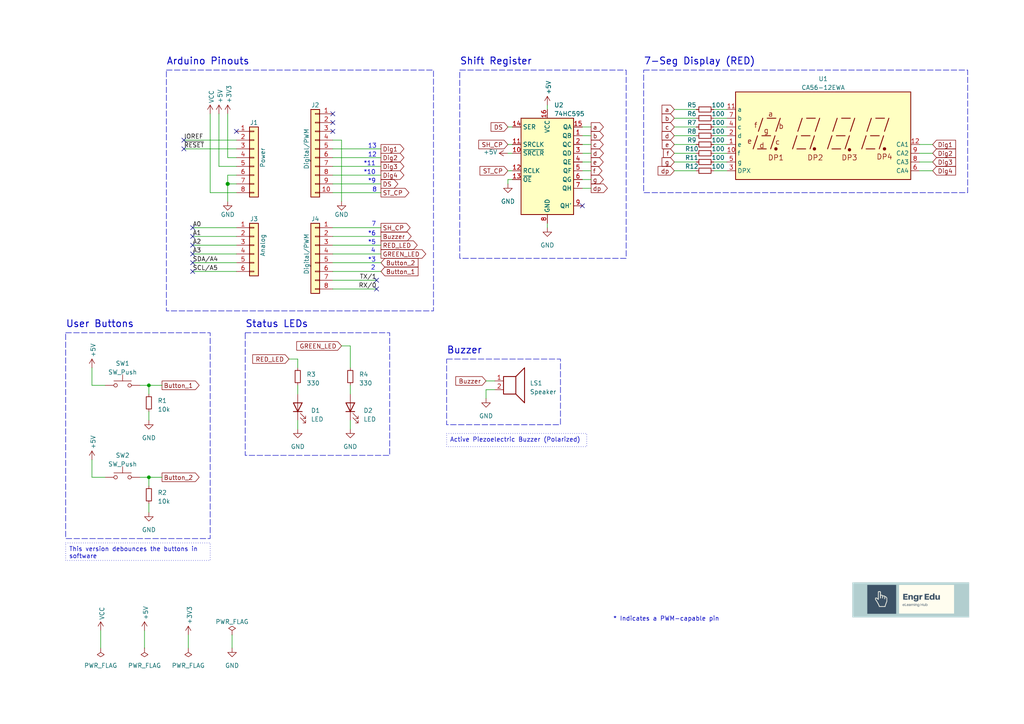
<source format=kicad_sch>
(kicad_sch (version 20230121) (generator eeschema)
  (paper "A4")
  (title_block (title "Arduino Uno Shield") (date "2023-03-22") (rev "1.0"))
  (lib_symbols
    (symbol "74xx:74HC595"
      (property "Reference" "U" (at -7.62 13.97 0))
      (property "Value" "74HC595" (at -7.62 -16.51 0))
      (symbol "74HC595_1_0"
        (pin tri_state line (at 10.16 7.62 180) (length 2.54) (name "QB") (number "1"))
        (pin input line (at -10.16 2.54 0) (length 2.54) (name "~{SRCLR}") (number "10"))
        (pin input line (at -10.16 5.08 0) (length 2.54) (name "SRCLK") (number "11"))
        (pin input line (at -10.16 -2.54 0) (length 2.54) (name "RCLK") (number "12"))
        (pin input line (at -10.16 -5.08 0) (length 2.54) (name "~{OE}") (number "13"))
        (pin input line (at -10.16 10.16 0) (length 2.54) (name "SER") (number "14"))
        (pin tri_state line (at 10.16 10.16 180) (length 2.54) (name "QA") (number "15"))
        (pin power_in line (at 0 15.24 270) (length 2.54) (name "VCC") (number "16"))
        (pin tri_state line (at 10.16 5.08 180) (length 2.54) (name "QC") (number "2"))
        (pin tri_state line (at 10.16 2.54 180) (length 2.54) (name "QD") (number "3"))
        (pin tri_state line (at 10.16 0 180) (length 2.54) (name "QE") (number "4"))
        (pin tri_state line (at 10.16 -2.54 180) (length 2.54) (name "QF") (number "5"))
        (pin tri_state line (at 10.16 -5.08 180) (length 2.54) (name "QG") (number "6"))
        (pin tri_state line (at 10.16 -7.62 180) (length 2.54) (name "QH") (number "7"))
        (pin power_in line (at 0 -17.78 90) (length 2.54) (name "GND") (number "8"))
        (pin output line (at 10.16 -12.7 180) (length 2.54) (name "QH'") (number "9"))
      )
      (symbol "74HC595_1_1"
        (rectangle (start -7.62 12.7) (end 7.62 -15.24) (stroke (width 0.254)) (fill (type background)))
      )
    )
    (symbol "Connector_Generic:Conn_01x06" (pin_names (offset 1.016) hide)
      (property "Reference" "J" (at 0 7.62 0))
      (property "Value" "Conn_01x06" (at 0 -10.16 0))
      (symbol "Conn_01x06_1_1"
        (rectangle (start -1.27 -7.493) (end 0 -7.747) (stroke (width 0.1524)))
        (rectangle (start -1.27 -4.953) (end 0 -5.207) (stroke (width 0.1524)))
        (rectangle (start -1.27 -2.413) (end 0 -2.667) (stroke (width 0.1524)))
        (rectangle (start -1.27 0.127) (end 0 -0.127) (stroke (width 0.1524)))
        (rectangle (start -1.27 2.667) (end 0 2.413) (stroke (width 0.1524)))
        (rectangle (start -1.27 5.207) (end 0 4.953) (stroke (width 0.1524)))
        (rectangle (start -1.27 6.35) (end 1.27 -8.89) (stroke (width 0.254)) (fill (type background)))
        (pin passive line (at -5.08 5.08 0) (length 3.81) (name "Pin_1") (number "1"))
        (pin passive line (at -5.08 2.54 0) (length 3.81) (name "Pin_2") (number "2"))
        (pin passive line (at -5.08 0 0) (length 3.81) (name "Pin_3") (number "3"))
        (pin passive line (at -5.08 -2.54 0) (length 3.81) (name "Pin_4") (number "4"))
        (pin passive line (at -5.08 -5.08 0) (length 3.81) (name "Pin_5") (number "5"))
        (pin passive line (at -5.08 -7.62 0) (length 3.81) (name "Pin_6") (number "6"))
      )
    )
    (symbol "Connector_Generic:Conn_01x08" (pin_names (offset 1.016) hide)
      (property "Reference" "J" (at 0 10.16 0))
      (property "Value" "Conn_01x08" (at 0 -12.7 0))
      (symbol "Conn_01x08_1_1"
        (rectangle (start -1.27 -10.033) (end 0 -10.287) (stroke (width 0.1524)))
        (rectangle (start -1.27 -7.493) (end 0 -7.747) (stroke (width 0.1524)))
        (rectangle (start -1.27 -4.953) (end 0 -5.207) (stroke (width 0.1524)))
        (rectangle (start -1.27 -2.413) (end 0 -2.667) (stroke (width 0.1524)))
        (rectangle (start -1.27 0.127) (end 0 -0.127) (stroke (width 0.1524)))
        (rectangle (start -1.27 2.667) (end 0 2.413) (stroke (width 0.1524)))
        (rectangle (start -1.27 5.207) (end 0 4.953) (stroke (width 0.1524)))
        (rectangle (start -1.27 7.747) (end 0 7.493) (stroke (width 0.1524)))
        (rectangle (start -1.27 8.89) (end 1.27 -11.43) (stroke (width 0.254)) (fill (type background)))
        (pin passive line (at -5.08 7.62 0) (length 3.81) (name "Pin_1") (number "1"))
        (pin passive line (at -5.08 5.08 0) (length 3.81) (name "Pin_2") (number "2"))
        (pin passive line (at -5.08 2.54 0) (length 3.81) (name "Pin_3") (number "3"))
        (pin passive line (at -5.08 0 0) (length 3.81) (name "Pin_4") (number "4"))
        (pin passive line (at -5.08 -2.54 0) (length 3.81) (name "Pin_5") (number "5"))
        (pin passive line (at -5.08 -5.08 0) (length 3.81) (name "Pin_6") (number "6"))
        (pin passive line (at -5.08 -7.62 0) (length 3.81) (name "Pin_7") (number "7"))
        (pin passive line (at -5.08 -10.16 0) (length 3.81) (name "Pin_8") (number "8"))
      )
    )
    (symbol "Connector_Generic:Conn_01x10" (pin_names (offset 1.016) hide)
      (property "Reference" "J" (at 0 12.7 0))
      (property "Value" "Conn_01x10" (at 0 -15.24 0))
      (symbol "Conn_01x10_1_1"
        (rectangle (start -1.27 -12.573) (end 0 -12.827) (stroke (width 0.1524)))
        (rectangle (start -1.27 -10.033) (end 0 -10.287) (stroke (width 0.1524)))
        (rectangle (start -1.27 -7.493) (end 0 -7.747) (stroke (width 0.1524)))
        (rectangle (start -1.27 -4.953) (end 0 -5.207) (stroke (width 0.1524)))
        (rectangle (start -1.27 -2.413) (end 0 -2.667) (stroke (width 0.1524)))
        (rectangle (start -1.27 0.127) (end 0 -0.127) (stroke (width 0.1524)))
        (rectangle (start -1.27 2.667) (end 0 2.413) (stroke (width 0.1524)))
        (rectangle (start -1.27 5.207) (end 0 4.953) (stroke (width 0.1524)))
        (rectangle (start -1.27 7.747) (end 0 7.493) (stroke (width 0.1524)))
        (rectangle (start -1.27 10.287) (end 0 10.033) (stroke (width 0.1524)))
        (rectangle (start -1.27 11.43) (end 1.27 -13.97) (stroke (width 0.254)) (fill (type background)))
        (pin passive line (at -5.08 10.16 0) (length 3.81) (name "Pin_1") (number "1"))
        (pin passive line (at -5.08 -12.7 0) (length 3.81) (name "Pin_10") (number "10"))
        (pin passive line (at -5.08 7.62 0) (length 3.81) (name "Pin_2") (number "2"))
        (pin passive line (at -5.08 5.08 0) (length 3.81) (name "Pin_3") (number "3"))
        (pin passive line (at -5.08 2.54 0) (length 3.81) (name "Pin_4") (number "4"))
        (pin passive line (at -5.08 0 0) (length 3.81) (name "Pin_5") (number "5"))
        (pin passive line (at -5.08 -2.54 0) (length 3.81) (name "Pin_6") (number "6"))
        (pin passive line (at -5.08 -5.08 0) (length 3.81) (name "Pin_7") (number "7"))
        (pin passive line (at -5.08 -7.62 0) (length 3.81) (name "Pin_8") (number "8"))
        (pin passive line (at -5.08 -10.16 0) (length 3.81) (name "Pin_9") (number "9"))
      )
    )
    (symbol "Device:LED" (pin_numbers hide) (pin_names (offset 1.016) hide)
      (property "Reference" "D" (at 0 2.54 0))
      (property "Value" "LED" (at 0 -2.54 0))
      (symbol "LED_0_1"
        (polyline (pts (xy -1.27 -1.27) (xy -1.27 1.27)) (stroke (width 0.254)))
        (polyline (pts (xy -1.27 0) (xy 1.27 0)))
        (polyline (pts (xy 1.27 -1.27) (xy 1.27 1.27) (xy -1.27 0) (xy 1.27 -1.27)) (stroke (width 0.254)))
        (polyline (pts (xy -3.048 -0.762) (xy -4.572 -2.286) (xy -3.81 -2.286) (xy -4.572 -2.286) (xy -4.572 -1.524)))
        (polyline (pts (xy -1.778 -0.762) (xy -3.302 -2.286) (xy -2.54 -2.286) (xy -3.302 -2.286) (xy -3.302 -1.524)))
      )
      (symbol "LED_1_1"
        (pin passive line (at -3.81 0 0) (length 2.54) (name "K") (number "1"))
        (pin passive line (at 3.81 0 180) (length 2.54) (name "A") (number "2"))
      )
    )
    (symbol "Device:R_Small" (pin_numbers hide) (pin_names (offset 0.254) hide)
      (property "Reference" "R" (at 0.762 0.508 0))
      (property "Value" "R_Small" (at 0.762 -1.016 0))
      (symbol "R_Small_0_1"
        (rectangle (start -0.762 1.778) (end 0.762 -1.778) (stroke (width 0.2032)))
      )
      (symbol "R_Small_1_1"
        (pin passive line (at 0 2.54 270) (length 0.762) (name "~") (number "1"))
        (pin passive line (at 0 -2.54 90) (length 0.762) (name "~") (number "2"))
      )
    )
    (symbol "Device:Speaker" (pin_names (offset 0) hide)
      (property "Reference" "LS" (at 1.27 5.715 0))
      (property "Value" "Speaker" (at 1.27 3.81 0))
      (symbol "Speaker_0_0"
        (rectangle (start -2.54 1.27) (end 1.016 -3.81) (stroke (width 0.254)))
        (polyline (pts (xy 1.016 1.27) (xy 3.556 3.81) (xy 3.556 -6.35) (xy 1.016 -3.81)) (stroke (width 0.254)))
      )
      (symbol "Speaker_1_1"
        (pin input line (at -5.08 0 0) (length 2.54) (name "1") (number "1"))
        (pin input line (at -5.08 -2.54 0) (length 2.54) (name "2") (number "2"))
      )
    )
    (symbol "Display_Character:CA56-12EWA"
      (property "Reference" "U" (at -24.13 13.97 0))
      (property "Value" "CA56-12EWA" (at 19.05 13.97 0))
      (symbol "CA56-12EWA_0_0"
        (rectangle (start -25.4 12.7) (end 25.4 -12.7) (stroke (width 0.254)) (fill (type background)))
        (polyline (pts (xy -20.32 -3.81) (xy -19.05 0)) (stroke (width 0.254)))
        (polyline (pts (xy -19.05 -3.81) (xy -16.51 -3.81)) (stroke (width 0.254)))
        (polyline (pts (xy -18.796 1.27) (xy -17.526 5.08)) (stroke (width 0.254)))
        (polyline (pts (xy -17.78 0) (xy -15.24 0)) (stroke (width 0.254)))
        (polyline (pts (xy -16.256 5.08) (xy -13.716 5.08)) (stroke (width 0.254)))
        (polyline (pts (xy -15.24 -3.81) (xy -13.97 0)) (stroke (width 0.254)))
        (polyline (pts (xy -13.716 1.27) (xy -12.446 5.08)) (stroke (width 0.254)))
        (polyline (pts (xy -8.89 -3.81) (xy -7.62 0)) (stroke (width 0.254)))
        (polyline (pts (xy -7.62 -3.81) (xy -5.08 -3.81)) (stroke (width 0.254)))
        (polyline (pts (xy -7.366 1.27) (xy -6.096 5.08)) (stroke (width 0.254)))
        (polyline (pts (xy -6.35 0) (xy -3.81 0)) (stroke (width 0.254)))
        (polyline (pts (xy -4.826 5.08) (xy -2.286 5.08)) (stroke (width 0.254)))
        (polyline (pts (xy -3.81 -3.81) (xy -2.54 0)) (stroke (width 0.254)))
        (polyline (pts (xy -2.286 1.27) (xy -1.016 5.08)) (stroke (width 0.254)))
        (polyline (pts (xy 1.27 -3.81) (xy 2.54 0)) (stroke (width 0.254)))
        (polyline (pts (xy 2.54 -3.81) (xy 5.08 -3.81)) (stroke (width 0.254)))
        (polyline (pts (xy 2.794 1.27) (xy 4.064 5.08)) (stroke (width 0.254)))
        (polyline (pts (xy 3.81 0) (xy 6.35 0)) (stroke (width 0.254)))
        (polyline (pts (xy 5.334 5.08) (xy 7.874 5.08)) (stroke (width 0.254)))
        (polyline (pts (xy 6.35 -3.81) (xy 7.62 0)) (stroke (width 0.254)))
        (polyline (pts (xy 7.874 1.27) (xy 9.144 5.08)) (stroke (width 0.254)))
        (polyline (pts (xy 11.176 -3.81) (xy 12.446 0)) (stroke (width 0.254)))
        (polyline (pts (xy 12.446 -3.81) (xy 14.986 -3.81)) (stroke (width 0.254)))
        (polyline (pts (xy 12.7 1.27) (xy 13.97 5.08)) (stroke (width 0.254)))
        (polyline (pts (xy 13.716 0) (xy 16.256 0)) (stroke (width 0.254)))
        (polyline (pts (xy 15.24 5.08) (xy 17.78 5.08)) (stroke (width 0.254)))
        (polyline (pts (xy 16.256 -3.81) (xy 17.526 0)) (stroke (width 0.254)))
        (polyline (pts (xy 17.78 1.27) (xy 19.05 5.08)) (stroke (width 0.254)))
        (text "a" (at -15.24 6.35 0) (effects (font (size 1.524 1.524))))
        (text "b" (at -12.192 2.794 0) (effects (font (size 1.524 1.524))))
        (text "c" (at -13.208 -1.778 0) (effects (font (size 1.524 1.524))))
        (text "d" (at -17.78 -2.794 0) (effects (font (size 1.524 1.524))))
        (text "DP1" (at -13.716 -6.35 0) (effects (font (size 1.524 1.524))))
        (text "DP2" (at -2.286 -6.35 0) (effects (font (size 1.524 1.524))))
        (text "DP3" (at 7.62 -6.35 0) (effects (font (size 1.524 1.524))))
        (text "DP4" (at 17.78 -6.096 0) (effects (font (size 1.524 1.524))))
        (text "e" (at -21.336 -1.524 0) (effects (font (size 1.524 1.524))))
        (text "f" (at -19.558 3.048 0) (effects (font (size 1.524 1.524))))
        (text "g" (at -16.51 1.524 0) (effects (font (size 1.524 1.524))))
      )
      (symbol "CA56-12EWA_0_1"
        (circle (center -13.716 -3.81) (radius 0.3556) (stroke (width 0.254)) (fill (type outline)))
        (circle (center -2.54 -3.81) (radius 0.3556) (stroke (width 0.254)) (fill (type outline)))
      )
      (symbol "CA56-12EWA_1_0"
        (circle (center 7.62 -4.064) (radius 0.3556) (stroke (width 0.254)) (fill (type outline)))
        (circle (center 17.78 -3.81) (radius 0.3556) (stroke (width 0.254)) (fill (type outline)))
      )
      (symbol "CA56-12EWA_1_1"
        (pin input line (at -27.94 -2.54 0) (length 2.54) (name "e") (number "1"))
        (pin input line (at -27.94 -5.08 0) (length 2.54) (name "f") (number "10"))
        (pin input line (at -27.94 7.62 0) (length 2.54) (name "a") (number "11"))
        (pin input line (at 27.94 -2.54 180) (length 2.54) (name "CA1") (number "12"))
        (pin input line (at -27.94 0 0) (length 2.54) (name "d") (number "2"))
        (pin input line (at -27.94 -10.16 0) (length 2.54) (name "DPX") (number "3"))
        (pin input line (at -27.94 2.54 0) (length 2.54) (name "c") (number "4"))
        (pin input line (at -27.94 -7.62 0) (length 2.54) (name "g") (number "5"))
        (pin input line (at 27.94 -10.16 180) (length 2.54) (name "CA4") (number "6"))
        (pin input line (at -27.94 5.08 0) (length 2.54) (name "b") (number "7"))
        (pin input line (at 27.94 -7.62 180) (length 2.54) (name "CA3") (number "8"))
        (pin input line (at 27.94 -5.08 180) (length 2.54) (name "CA2") (number "9"))
      )
    )
    (symbol "GND_1" (power) (pin_names (offset 0))
      (property "Value" "GND_1" (at 0 -3.81 0))
      (symbol "GND_1_0_1"
        (polyline (pts (xy 0 0) (xy 0 -1.27) (xy 1.27 -1.27) (xy 0 -2.54) (xy -1.27 -1.27) (xy 0 -1.27)))
      )
      (symbol "GND_1_1_1"
        (pin power_in line (at 0 0 270) (length 0) hide (name "GND") (number "1"))
      )
    )
    (symbol "GND_2" (power) (pin_names (offset 0))
      (property "Value" "GND_2" (at 0 -3.81 0))
      (symbol "GND_2_0_1"
        (polyline (pts (xy 0 0) (xy 0 -1.27) (xy 1.27 -1.27) (xy 0 -2.54) (xy -1.27 -1.27) (xy 0 -1.27)))
      )
      (symbol "GND_2_1_1"
        (pin power_in line (at 0 0 270) (length 0) hide (name "GND") (number "1"))
      )
    )
    (symbol "GND_3" (power) (pin_names (offset 0))
      (property "Value" "GND_3" (at 0 -3.81 0))
      (symbol "GND_3_0_1"
        (polyline (pts (xy 0 0) (xy 0 -1.27) (xy 1.27 -1.27) (xy 0 -2.54) (xy -1.27 -1.27) (xy 0 -1.27)))
      )
      (symbol "GND_3_1_1"
        (pin power_in line (at 0 0 270) (length 0) hide (name "GND") (number "1"))
      )
    )
    (symbol "Switch:SW_Push" (pin_numbers hide) (pin_names (offset 1.016) hide)
      (property "Reference" "SW" (at 1.27 2.54 0))
      (property "Value" "SW_Push" (at 0 -1.524 0))
      (symbol "SW_Push_0_1"
        (circle (center -2.032 0) (radius 0.508))
        (polyline (pts (xy 0 1.27) (xy 0 3.048)))
        (polyline (pts (xy 2.54 1.27) (xy -2.54 1.27)))
        (circle (center 2.032 0) (radius 0.508))
        (pin passive line (at -5.08 0 0) (length 2.54) (name "1") (number "1"))
        (pin passive line (at 5.08 0 180) (length 2.54) (name "2") (number "2"))
      )
    )
    (symbol "power:+3V3" (power) (pin_names (offset 0))
      (property "Value" "+3V3" (at 0 3.556 0))
      (symbol "+3V3_0_1"
        (polyline (pts (xy -0.762 1.27) (xy 0 2.54)))
        (polyline (pts (xy 0 0) (xy 0 2.54)))
        (polyline (pts (xy 0 2.54) (xy 0.762 1.27)))
      )
      (symbol "+3V3_1_1"
        (pin power_in line (at 0 0 90) (length 0) hide (name "+3V3") (number "1"))
      )
    )
    (symbol "power:+5V" (power) (pin_names (offset 0))
      (property "Value" "+5V" (at 0 3.556 0))
      (symbol "+5V_0_1"
        (polyline (pts (xy -0.762 1.27) (xy 0 2.54)))
        (polyline (pts (xy 0 0) (xy 0 2.54)))
        (polyline (pts (xy 0 2.54) (xy 0.762 1.27)))
      )
      (symbol "+5V_1_1"
        (pin power_in line (at 0 0 90) (length 0) hide (name "+5V") (number "1"))
      )
    )
    (symbol "power:GND" (power) (pin_names (offset 0))
      (property "Value" "GND" (at 0 -3.81 0))
      (symbol "GND_0_1"
        (polyline (pts (xy 0 0) (xy 0 -1.27) (xy 1.27 -1.27) (xy 0 -2.54) (xy -1.27 -1.27) (xy 0 -1.27)))
      )
      (symbol "GND_1_1"
        (pin power_in line (at 0 0 270) (length 0) hide (name "GND") (number "1"))
      )
    )
    (symbol "power:PWR_FLAG" (power) (pin_numbers hide) (pin_names (offset 0) hide)
      (property "Value" "PWR_FLAG" (at 0 3.81 0))
      (symbol "PWR_FLAG_0_0"
        (pin power_out line (at 0 0 90) (length 0) (name "pwr") (number "1"))
      )
      (symbol "PWR_FLAG_0_1"
        (polyline (pts (xy 0 0) (xy 0 1.27) (xy -1.016 1.905) (xy 0 2.54) (xy 1.016 1.905) (xy 0 1.27)))
      )
    )
    (symbol "power:VCC" (power) (pin_names (offset 0))
      (property "Value" "VCC" (at 0 3.81 0))
      (symbol "VCC_0_1"
        (polyline (pts (xy -0.762 1.27) (xy 0 2.54)))
        (polyline (pts (xy 0 0) (xy 0 2.54)))
        (polyline (pts (xy 0 2.54) (xy 0.762 1.27)))
      )
      (symbol "VCC_1_1"
        (pin power_in line (at 0 0 90) (length 0) hide (name "VCC") (number "1"))
      )
    )
  )
  (junction (at 66.04 53.34) (diameter 1.016))
  (junction (at 43.18 138.43))
  (junction (at 43.18 111.76))
  (no_connect (at 55.88 78.74))
  (no_connect (at 109.22 81.28))
  (no_connect (at 109.22 83.82))
  (no_connect (at 68.58 38.1))
  (no_connect (at 55.88 71.12))
  (no_connect (at 53.34 43.18))
  (no_connect (at 55.88 68.58))
  (no_connect (at 96.52 38.1))
  (no_connect (at 96.52 35.56))
  (no_connect (at 55.88 73.66))
  (no_connect (at 53.34 40.64))
  (no_connect (at 96.52 33.02))
  (no_connect (at 55.88 76.2))
  (no_connect (at 55.88 66.04))
  (no_connect (at 168.91 59.69))
  (wire (pts (xy 96.52 83.82) (xy 109.22 83.82)))
  (wire (pts (xy 41.91 182.88) (xy 41.91 187.96)))
  (wire (pts (xy 158.75 64.77) (xy 158.75 66.04)))
  (wire (pts (xy 96.52 50.8) (xy 110.49 50.8)))
  (wire (pts (xy 43.18 138.43) (xy 43.18 140.97)))
  (wire (pts (xy 207.01 36.83) (xy 210.82 36.83)))
  (wire (pts (xy 66.04 50.8) (xy 66.04 53.34)))
  (wire (pts (xy 140.97 113.03) (xy 140.97 115.57)))
  (wire (pts (xy 168.91 36.83) (xy 171.45 36.83)))
  (wire (pts (xy 43.18 138.43) (xy 46.99 138.43)))
  (wire (pts (xy 30.48 111.76) (xy 26.67 111.76)))
  (wire (pts (xy 43.18 111.76) (xy 43.18 114.3)))
  (wire (pts (xy 66.04 53.34) (xy 66.04 58.42)))
  (wire (pts (xy 86.36 111.76) (xy 86.36 114.3)))
  (wire (pts (xy 66.04 45.72) (xy 68.58 45.72)))
  (wire (pts (xy 63.5 48.26) (xy 68.58 48.26)))
  (wire (pts (xy 147.32 41.91) (xy 148.59 41.91)))
  (wire (pts (xy 63.5 33.02) (xy 63.5 48.26)))
  (wire (pts (xy 55.88 78.74) (xy 68.58 78.74)))
  (wire (pts (xy 96.52 43.18) (xy 110.49 43.18)))
  (wire (pts (xy 66.04 33.02) (xy 66.04 45.72)))
  (wire (pts (xy 96.52 66.04) (xy 110.49 66.04)))
  (wire (pts (xy 195.58 36.83) (xy 201.93 36.83)))
  (wire (pts (xy 140.97 110.49) (xy 143.51 110.49)))
  (wire (pts (xy 68.58 66.04) (xy 55.88 66.04)))
  (wire (pts (xy 266.7 44.45) (xy 270.51 44.45)))
  (wire (pts (xy 96.52 45.72) (xy 110.49 45.72)))
  (wire (pts (xy 101.6 100.33) (xy 101.6 106.68)))
  (wire (pts (xy 96.52 68.58) (xy 110.49 68.58)))
  (wire (pts (xy 195.58 34.29) (xy 201.93 34.29)))
  (wire (pts (xy 67.31 184.15) (xy 67.31 187.96)))
  (wire (pts (xy 148.59 52.07) (xy 147.32 52.07)))
  (wire (pts (xy 101.6 111.76) (xy 101.6 114.3)))
  (wire (pts (xy 195.58 41.91) (xy 201.93 41.91)))
  (wire (pts (xy 158.75 30.48) (xy 158.75 31.75)))
  (wire (pts (xy 96.52 53.34) (xy 110.49 53.34)))
  (wire (pts (xy 99.06 100.33) (xy 101.6 100.33)))
  (wire (pts (xy 29.21 182.88) (xy 29.21 187.96)))
  (wire (pts (xy 54.61 184.15) (xy 54.61 187.96)))
  (wire (pts (xy 96.52 73.66) (xy 110.49 73.66)))
  (wire (pts (xy 195.58 44.45) (xy 201.93 44.45)))
  (wire (pts (xy 53.34 40.64) (xy 68.58 40.64)))
  (wire (pts (xy 147.32 36.83) (xy 148.59 36.83)))
  (wire (pts (xy 207.01 31.75) (xy 210.82 31.75)))
  (wire (pts (xy 43.18 111.76) (xy 46.99 111.76)))
  (wire (pts (xy 101.6 121.92) (xy 101.6 124.46)))
  (wire (pts (xy 168.91 49.53) (xy 171.45 49.53)))
  (wire (pts (xy 266.7 46.99) (xy 270.51 46.99)))
  (wire (pts (xy 99.06 40.64) (xy 99.06 58.42)))
  (wire (pts (xy 147.32 44.45) (xy 148.59 44.45)))
  (wire (pts (xy 207.01 39.37) (xy 210.82 39.37)))
  (wire (pts (xy 40.64 111.76) (xy 43.18 111.76)))
  (wire (pts (xy 68.58 71.12) (xy 55.88 71.12)))
  (wire (pts (xy 53.34 43.18) (xy 68.58 43.18)))
  (wire (pts (xy 68.58 53.34) (xy 66.04 53.34)))
  (wire (pts (xy 195.58 49.53) (xy 201.93 49.53)))
  (wire (pts (xy 143.51 113.03) (xy 140.97 113.03)))
  (wire (pts (xy 68.58 55.88) (xy 60.96 55.88)))
  (wire (pts (xy 55.88 68.58) (xy 68.58 68.58)))
  (wire (pts (xy 147.32 52.07) (xy 147.32 53.34)))
  (wire (pts (xy 207.01 46.99) (xy 210.82 46.99)))
  (wire (pts (xy 168.91 41.91) (xy 171.45 41.91)))
  (wire (pts (xy 207.01 34.29) (xy 210.82 34.29)))
  (wire (pts (xy 195.58 39.37) (xy 201.93 39.37)))
  (wire (pts (xy 207.01 44.45) (xy 210.82 44.45)))
  (wire (pts (xy 96.52 40.64) (xy 99.06 40.64)))
  (wire (pts (xy 68.58 50.8) (xy 66.04 50.8)))
  (wire (pts (xy 43.18 119.38) (xy 43.18 121.92)))
  (wire (pts (xy 168.91 44.45) (xy 171.45 44.45)))
  (wire (pts (xy 96.52 48.26) (xy 110.49 48.26)))
  (wire (pts (xy 266.7 49.53) (xy 270.51 49.53)))
  (wire (pts (xy 168.91 46.99) (xy 171.45 46.99)))
  (wire (pts (xy 26.67 111.76) (xy 26.67 106.68)))
  (wire (pts (xy 168.91 39.37) (xy 171.45 39.37)))
  (wire (pts (xy 96.52 71.12) (xy 110.49 71.12)))
  (wire (pts (xy 43.18 146.05) (xy 43.18 148.59)))
  (wire (pts (xy 55.88 73.66) (xy 68.58 73.66)))
  (wire (pts (xy 195.58 31.75) (xy 201.93 31.75)))
  (wire (pts (xy 195.58 46.99) (xy 201.93 46.99)))
  (wire (pts (xy 86.36 104.14) (xy 86.36 106.68)))
  (wire (pts (xy 86.36 121.92) (xy 86.36 124.46)))
  (wire (pts (xy 26.67 138.43) (xy 26.67 133.35)))
  (wire (pts (xy 96.52 78.74) (xy 110.49 78.74)))
  (wire (pts (xy 207.01 41.91) (xy 210.82 41.91)))
  (wire (pts (xy 96.52 76.2) (xy 110.49 76.2)))
  (wire (pts (xy 168.91 54.61) (xy 171.45 54.61)))
  (wire (pts (xy 266.7 41.91) (xy 270.51 41.91)))
  (wire (pts (xy 30.48 138.43) (xy 26.67 138.43)))
  (wire (pts (xy 147.32 49.53) (xy 148.59 49.53)))
  (wire (pts (xy 40.64 138.43) (xy 43.18 138.43)))
  (wire (pts (xy 96.52 81.28) (xy 109.22 81.28)))
  (wire (pts (xy 60.96 55.88) (xy 60.96 33.02)))
  (wire (pts (xy 83.82 104.14) (xy 86.36 104.14)))
  (wire (pts (xy 68.58 76.2) (xy 55.88 76.2)))
  (wire (pts (xy 168.91 52.07) (xy 171.45 52.07)))
  (wire (pts (xy 96.52 55.88) (xy 110.49 55.88)))
  (wire (pts (xy 207.01 49.53) (xy 210.82 49.53)))
  (rectangle (start 71.12 96.52) (end 113.03 132.08) (stroke (width 0) (type dash)))
  (rectangle (start 129.54 104.14) (end 162.56 123.19) (stroke (width 0) (type dash)))
  (rectangle (start 48.26 20.32) (end 125.73 90.17) (stroke (width 0) (type dash)))
  (rectangle (start 19.05 96.52) (end 60.96 156.21) (stroke (width 0) (type dash)))
  (rectangle (start 133.35 20.32) (end 181.61 74.93) (stroke (width 0) (type dash)))
  (rectangle (start 186.69 20.32) (end 280.67 55.88) (stroke (width 0) (type dash)))
  (image (at 264.16 173.99) (scale 0.800628))
  (text_box "Active Piezoelectric Buzzer (Polarized)" (at 129.54 125.73 0) (size 40.64 3.81) (stroke (width 0) (type dot)) (effects (font (size 1.27 1.27)) (justify left top)))
  (text_box "This version debounces the buttons in software" (at 19.05 157.48 0) (size 41.91 5.08) (stroke (width 0) (type dot)) (effects (font (size 1.27 1.27)) (justify left top)))
  (text "Shift Register" (at 133.35 19.05 0) (effects (font (size 2 2) (thickness 0.254) bold) (justify left bottom)))
  (text "*10\n" (at 105.41 50.8 0) (effects (font (size 1.27 1.27)) (justify left bottom)))
  (text "*5\n" (at 106.68 71.12 0) (effects (font (size 1.27 1.27)) (justify left bottom)))
  (text "2" (at 107.5197 78.5097 0) (effects (font (size 1.27 1.27)) (justify left bottom)))
  (text "8\n" (at 107.95 55.88 0) (effects (font (size 1.27 1.27)) (justify left bottom)))
  (text "*6" (at 106.68 68.58 0) (effects (font (size 1.27 1.27)) (justify left bottom)))
  (text "12\n" (at 106.68 45.72 0) (effects (font (size 1.27 1.27)) (justify left bottom)))
  (text "*3" (at 106.68 76.2 0) (effects (font (size 1.27 1.27)) (justify left bottom)))
  (text "13\n" (at 106.68 43.18 0) (effects (font (size 1.27 1.27)) (justify left bottom)))
  (text "7" (at 107.7116 65.8176 0) (effects (font (size 1.27 1.27)) (justify left bottom)))
  (text "Status LEDs" (at 71.12 95.25 0) (effects (font (size 2 2) (thickness 0.254) bold) (justify left bottom)))
  (text "Arduino Pinouts" (at 48.26 19.05 0) (effects (font (size 2 2) (thickness 0.254) bold) (justify left bottom)))
  (text "User Buttons" (at 19.05 95.25 0) (effects (font (size 2 2) (thickness 0.254) bold) (justify left bottom)))
  (text "Buzzer" (at 129.54 102.87 0) (effects (font (size 2 2) (thickness 0.254) bold) (justify left bottom)))
  (text "* Indicates a PWM-capable pin" (at 177.8 180.34 0) (effects (font (size 1.27 1.27)) (justify left bottom)))
  (text "7-Seg Display (RED)" (at 186.69 19.05 0) (effects (font (size 2 2) (thickness 0.254) bold) (justify left bottom)))
  (text "4" (at 107.5437 73.5192 0) (effects (font (size 1.27 1.27)) (justify left bottom)))
  (text "*11" (at 105.41 48.26 0) (effects (font (size 1.27 1.27)) (justify left bottom)))
  (text "*9\n" (at 106.68 53.34 0) (effects (font (size 1.27 1.27)) (justify left bottom)))
  (label "RX{slash}0" (at 109.22 83.82 180))
  (label "A2" (at 55.88 71.12 0))
  (label "A3" (at 55.88 73.66 0))
  (label "~{RESET}" (at 53.34 43.18 0))
  (label "A1" (at 55.88 68.58 0))
  (label "TX{slash}1" (at 109.22 81.28 180))
  (label "A0" (at 55.88 66.04 0))
  (label "IOREF" (at 53.34 40.64 0))
  (label "SDA{slash}A4" (at 55.88 76.2 0))
  (label "SCL{slash}A5" (at 55.88 78.74 0))
  (global_label "e" (shape output) (at 171.45 46.99 0) (property "Intersheetrefs" "${INTERSHEET_REFS}" (effects hide)))
  (global_label "Button_1" (shape output) (at 46.99 111.76 0) (property "Intersheetrefs" "${INTERSHEET_REFS}" (effects hide)))
  (global_label "Button_1" (shape input) (at 110.49 78.74 0) (property "Intersheetrefs" "${INTERSHEET_REFS}" (effects hide)))
  (global_label "g" (shape output) (at 171.45 52.07 0) (property "Intersheetrefs" "${INTERSHEET_REFS}" (effects hide)))
  (global_label "dp" (shape output) (at 171.45 54.61 0) (property "Intersheetrefs" "${INTERSHEET_REFS}" (effects hide)))
  (global_label "ST_CP" (shape output) (at 110.49 55.88 0) (property "Intersheetrefs" "${INTERSHEET_REFS}" (effects hide)))
  (global_label "b" (shape input) (at 195.58 34.29 180) (property "Intersheetrefs" "${INTERSHEET_REFS}" (effects hide)))
  (global_label "f" (shape output) (at 171.45 49.53 0) (property "Intersheetrefs" "${INTERSHEET_REFS}" (effects hide)))
  (global_label "ST_CP" (shape input) (at 147.32 49.53 180) (property "Intersheetrefs" "${INTERSHEET_REFS}" (effects hide)))
  (global_label "d" (shape input) (at 195.58 39.37 180) (property "Intersheetrefs" "${INTERSHEET_REFS}" (effects hide)))
  (global_label "a" (shape input) (at 195.58 31.75 180) (property "Intersheetrefs" "${INTERSHEET_REFS}" (effects hide)))
  (global_label "c" (shape output) (at 171.45 41.91 0) (property "Intersheetrefs" "${INTERSHEET_REFS}" (effects hide)))
  (global_label "Dig1" (shape output) (at 110.49 43.18 0) (property "Intersheetrefs" "${INTERSHEET_REFS}" (effects hide)))
  (global_label "Buzzer" (shape output) (at 110.49 68.58 0) (property "Intersheetrefs" "${INTERSHEET_REFS}" (effects hide)))
  (global_label "g" (shape input) (at 195.58 46.99 180) (property "Intersheetrefs" "${INTERSHEET_REFS}" (effects hide)))
  (global_label "Button_2" (shape input) (at 110.49 76.2 0) (property "Intersheetrefs" "${INTERSHEET_REFS}" (effects hide)))
  (global_label "Dig1" (shape input) (at 270.51 41.91 0) (property "Intersheetrefs" "${INTERSHEET_REFS}" (effects hide)))
  (global_label "Dig4" (shape output) (at 110.49 50.8 0) (property "Intersheetrefs" "${INTERSHEET_REFS}" (effects hide)))
  (global_label "GREEN_LED" (shape input) (at 99.06 100.33 180) (property "Intersheetrefs" "${INTERSHEET_REFS}" (effects hide)))
  (global_label "a" (shape output) (at 171.45 36.83 0) (property "Intersheetrefs" "${INTERSHEET_REFS}" (effects hide)))
  (global_label "SH_CP" (shape output) (at 110.49 66.04 0) (property "Intersheetrefs" "${INTERSHEET_REFS}" (effects hide)))
  (global_label "Dig2" (shape input) (at 270.51 44.45 0) (property "Intersheetrefs" "${INTERSHEET_REFS}" (effects hide)))
  (global_label "Dig3" (shape output) (at 110.49 48.26 0) (property "Intersheetrefs" "${INTERSHEET_REFS}" (effects hide)))
  (global_label "DS" (shape input) (at 147.32 36.83 180) (property "Intersheetrefs" "${INTERSHEET_REFS}" (effects hide)))
  (global_label "SH_CP" (shape input) (at 147.32 41.91 180) (property "Intersheetrefs" "${INTERSHEET_REFS}" (effects hide)))
  (global_label "Button_2" (shape output) (at 46.99 138.43 0) (property "Intersheetrefs" "${INTERSHEET_REFS}" (effects hide)))
  (global_label "Dig4" (shape input) (at 270.51 49.53 0) (property "Intersheetrefs" "${INTERSHEET_REFS}" (effects hide)))
  (global_label "c" (shape input) (at 195.58 36.83 180) (property "Intersheetrefs" "${INTERSHEET_REFS}" (effects hide)))
  (global_label "Dig2" (shape output) (at 110.49 45.72 0) (property "Intersheetrefs" "${INTERSHEET_REFS}" (effects hide)))
  (global_label "dp" (shape input) (at 195.58 49.53 180) (property "Intersheetrefs" "${INTERSHEET_REFS}" (effects hide)))
  (global_label "Dig3" (shape input) (at 270.51 46.99 0) (property "Intersheetrefs" "${INTERSHEET_REFS}" (effects hide)))
  (global_label "Buzzer" (shape input) (at 140.97 110.49 180) (property "Intersheetrefs" "${INTERSHEET_REFS}" (effects hide)))
  (global_label "RED_LED" (shape output) (at 110.49 71.12 0) (property "Intersheetrefs" "${INTERSHEET_REFS}" (effects hide)))
  (global_label "d" (shape output) (at 171.45 44.45 0) (property "Intersheetrefs" "${INTERSHEET_REFS}" (effects hide)))
  (global_label "e" (shape input) (at 195.58 41.91 180) (property "Intersheetrefs" "${INTERSHEET_REFS}" (effects hide)))
  (global_label "DS" (shape output) (at 110.49 53.34 0) (property "Intersheetrefs" "${INTERSHEET_REFS}" (effects hide)))
  (global_label "GREEN_LED" (shape output) (at 110.49 73.66 0) (property "Intersheetrefs" "${INTERSHEET_REFS}" (effects hide)))
  (global_label "f" (shape input) (at 195.58 44.45 180) (property "Intersheetrefs" "${INTERSHEET_REFS}" (effects hide)))
  (global_label "b" (shape output) (at 171.45 39.37 0) (property "Intersheetrefs" "${INTERSHEET_REFS}" (effects hide)))
  (global_label "RED_LED" (shape input) (at 83.82 104.14 180) (property "Intersheetrefs" "${INTERSHEET_REFS}" (effects hide)))
  (symbol (lib_id "Connector_Generic:Conn_01x08") (at 73.66 45.72 0) (unit 1)
    (property "Reference" "J1" (at 73.66 35.56 0))
    (property "Value" "Power" (at 76.2 45.72 90))
    (property "Footprint" "Connector_PinSocket_2.54mm:PinSocket_1x08_P2.54mm_Vertical" (effects hide))
  )
  (symbol (lib_id "power:+3V3") (at 66.04 33.02 0) (unit 1)
    (property "Reference" "#PWR03" (effects hide))
    (property "Value" "+3.3V" (at 66.421 29.972 90) (effects (justify left)))
  )
  (symbol (lib_id "power:+5V") (at 63.5 33.02 0) (unit 1)
    (property "Reference" "#PWR02" (effects hide))
    (property "Value" "+5V" (at 63.8556 29.972 90) (effects (justify left)))
  )
  (symbol (lib_id "power:GND") (at 66.04 58.42 0) (unit 1)
    (property "Reference" "#PWR04" (effects hide))
    (property "Value" "GND" (at 66.04 62.23 0))
  )
  (symbol (lib_id "Connector_Generic:Conn_01x10") (at 91.44 43.18 0) (mirror y) (unit 1)
    (property "Reference" "J2" (at 91.44 30.48 0))
    (property "Value" "Digital/PWM" (at 88.9 43.18 90))
    (property "Footprint" "Connector_PinSocket_2.54mm:PinSocket_1x10_P2.54mm_Vertical" (effects hide))
  )
  (symbol (lib_id "power:GND") (at 99.06 58.42 0) (unit 1)
    (property "Reference" "#PWR05" (effects hide))
    (property "Value" "GND" (at 99.06 62.23 0))
  )
  (symbol (lib_id "Connector_Generic:Conn_01x06") (at 73.66 71.12 0) (unit 1)
    (property "Reference" "J3" (at 73.66 63.5 0))
    (property "Value" "Analog" (at 76.2 71.12 90))
    (property "Footprint" "Connector_PinSocket_2.54mm:PinSocket_1x06_P2.54mm_Vertical" (effects hide))
  )
  (symbol (lib_id "Connector_Generic:Conn_01x08") (at 91.44 73.66 0) (mirror y) (unit 1)
    (property "Reference" "J4" (at 91.44 63.5 0))
    (property "Value" "Digital/PWM" (at 88.9 73.66 90))
    (property "Footprint" "Connector_PinSocket_2.54mm:PinSocket_1x08_P2.54mm_Vertical" (effects hide))
  )
  (symbol (lib_id "power:+5V") (at 26.67 133.35 0) (unit 1)
    (property "Reference" "#PWR014" (effects hide))
    (property "Value" "+5V" (at 27.0256 130.302 90) (effects (justify left)))
  )
  (symbol (lib_id "74xx:74HC595") (at 158.75 46.99 0) (unit 1)
    (property "Reference" "U2" (at 160.7059 30.48 0) (effects (justify left)))
    (property "Value" "74HC595" (at 160.7059 33.02 0) (effects (justify left)))
    (property "Footprint" "Package_DIP:DIP-16_W7.62mm_Socket_LongPads" (effects hide))
    (property "Datasheet" "http://www.ti.com/lit/ds/symlink/sn74hc595.pdf" (effects hide))
  )
  (symbol (lib_id "Device:LED") (at 86.36 118.11 90) (unit 1)
    (property "Reference" "D1" (at 90.17 119.0625 90) (effects (justify right)))
    (property "Value" "LED" (at 90.17 121.6025 90) (effects (justify right)))
    (property "Footprint" "LED_THT:LED_D5.0mm" (effects hide))
  )
  (symbol (lib_id "power:VCC") (at 29.21 182.88 0) (unit 1)
    (property "Reference" "#PWR011" (effects hide))
    (property "Value" "VCC" (at 29.591 179.832 90) (effects (justify left)))
  )
  (symbol (lib_id "power:+5V") (at 41.91 182.88 0) (unit 1)
    (property "Reference" "#PWR017" (effects hide))
    (property "Value" "+5V" (at 42.2656 179.832 90) (effects (justify left)))
  )
  (symbol (lib_name "GND_3") (lib_id "power:GND") (at 67.31 187.96 0) (unit 1)
    (property "Reference" "#PWR019" (effects hide))
    (property "Value" "GND" (at 67.31 193.04 0))
  )
  (symbol (lib_id "Device:R_Small") (at 204.47 39.37 90) (unit 1)
    (property "Reference" "R8" (at 200.66 38.1 90))
    (property "Value" "100" (at 208.28 38.1 90))
    (property "Footprint" "Resistor_THT:R_Axial_DIN0207_L6.3mm_D2.5mm_P10.16mm_Horizontal" (effects hide))
  )
  (symbol (lib_id "power:+5V") (at 158.75 30.48 0) (unit 1)
    (property "Reference" "#PWR07" (effects hide))
    (property "Value" "+5V" (at 159.1056 27.432 90) (effects (justify left)))
  )
  (symbol (lib_id "Device:R_Small") (at 43.18 116.84 0) (unit 1)
    (property "Reference" "R1" (at 45.72 116.205 0) (effects (justify left)))
    (property "Value" "10k" (at 45.72 118.745 0) (effects (justify left)))
    (property "Footprint" "Resistor_THT:R_Axial_DIN0207_L6.3mm_D2.5mm_P10.16mm_Horizontal" (effects hide))
  )
  (symbol (lib_id "Device:R_Small") (at 43.18 143.51 0) (unit 1)
    (property "Reference" "R2" (at 45.72 142.875 0) (effects (justify left)))
    (property "Value" "10k" (at 45.72 145.415 0) (effects (justify left)))
    (property "Footprint" "Resistor_THT:R_Axial_DIN0207_L6.3mm_D2.5mm_P10.16mm_Horizontal" (effects hide))
  )
  (symbol (lib_id "power:PWR_FLAG") (at 54.61 187.96 180) (unit 1)
    (property "Reference" "#FLG04" (effects hide))
    (property "Value" "PWR_FLAG" (at 54.61 193.04 0))
  )
  (symbol (lib_id "Device:R_Small") (at 204.47 36.83 90) (unit 1)
    (property "Reference" "R7" (at 200.66 35.56 90))
    (property "Value" "100" (at 208.28 35.56 90))
    (property "Footprint" "Resistor_THT:R_Axial_DIN0207_L6.3mm_D2.5mm_P10.16mm_Horizontal" (effects hide))
  )
  (symbol (lib_id "power:VCC") (at 60.96 33.02 0) (unit 1)
    (property "Reference" "#PWR01" (effects hide))
    (property "Value" "VCC" (at 61.341 29.972 90) (effects (justify left)))
  )
  (symbol (lib_id "Device:LED") (at 101.6 118.11 90) (unit 1)
    (property "Reference" "D2" (at 105.41 119.0625 90) (effects (justify right)))
    (property "Value" "LED" (at 105.41 121.6025 90) (effects (justify right)))
    (property "Footprint" "LED_THT:LED_D5.0mm" (effects hide))
  )
  (symbol (lib_id "Device:R_Small") (at 204.47 44.45 90) (unit 1)
    (property "Reference" "R10" (at 200.66 43.18 90))
    (property "Value" "100" (at 208.28 43.18 90))
    (property "Footprint" "Resistor_THT:R_Axial_DIN0207_L6.3mm_D2.5mm_P10.16mm_Horizontal" (effects hide))
  )
  (symbol (lib_id "power:PWR_FLAG") (at 41.91 187.96 180) (unit 1)
    (property "Reference" "#FLG03" (effects hide))
    (property "Value" "PWR_FLAG" (at 41.91 193.04 0))
  )
  (symbol (lib_id "Device:R_Small") (at 86.36 109.22 0) (unit 1)
    (property "Reference" "R3" (at 88.9 108.585 0) (effects (justify left)))
    (property "Value" "330" (at 88.9 111.125 0) (effects (justify left)))
    (property "Footprint" "Resistor_THT:R_Axial_DIN0207_L6.3mm_D2.5mm_P10.16mm_Horizontal" (effects hide))
  )
  (symbol (lib_name "GND_1") (lib_id "power:GND") (at 43.18 148.59 0) (unit 1)
    (property "Reference" "#PWR015" (effects hide))
    (property "Value" "GND" (at 43.18 153.67 0))
  )
  (symbol (lib_id "power:PWR_FLAG") (at 29.21 187.96 180) (unit 1)
    (property "Reference" "#FLG02" (effects hide))
    (property "Value" "PWR_FLAG" (at 29.21 193.04 0))
  )
  (symbol (lib_id "Switch:SW_Push") (at 35.56 111.76 0) (unit 1)
    (property "Reference" "SW1" (at 35.56 105.41 0))
    (property "Value" "SW_Push" (at 35.56 107.95 0))
    (property "Footprint" "Button_Switch_THT:SW_PUSH-12mm" (effects hide))
  )
  (symbol (lib_id "Device:R_Small") (at 204.47 31.75 90) (unit 1)
    (property "Reference" "R5" (at 200.66 30.48 90))
    (property "Value" "100" (at 208.28 30.48 90))
    (property "Footprint" "Resistor_THT:R_Axial_DIN0207_L6.3mm_D2.5mm_P10.16mm_Horizontal" (effects hide))
  )
  (symbol (lib_id "power:+5V") (at 147.32 44.45 90) (unit 1)
    (property "Reference" "#PWR09" (effects hide))
    (property "Value" "+5V" (at 144.272 44.0944 90) (effects (justify left)))
  )
  (symbol (lib_id "power:+3V3") (at 54.61 184.15 0) (unit 1)
    (property "Reference" "#PWR018" (effects hide))
    (property "Value" "+3.3V" (at 54.991 181.102 90) (effects (justify left)))
  )
  (symbol (lib_name "GND_1") (lib_id "power:GND") (at 147.32 53.34 0) (unit 1)
    (property "Reference" "#PWR08" (effects hide))
    (property "Value" "GND" (at 147.32 58.42 0))
  )
  (symbol (lib_id "Switch:SW_Push") (at 35.56 138.43 0) (unit 1)
    (property "Reference" "SW2" (at 35.56 132.08 0))
    (property "Value" "SW_Push" (at 35.56 134.62 0))
    (property "Footprint" "Button_Switch_THT:SW_PUSH-12mm" (effects hide))
  )
  (symbol (lib_id "Display_Character:CA56-12EWA") (at 238.76 39.37 0) (unit 1)
    (property "Reference" "U1" (at 238.76 22.86 0))
    (property "Value" "CA56-12EWA" (at 238.76 25.4 0))
    (property "Footprint" "Display_7Segment:CA56-12EWA" (effects hide))
    (property "Datasheet" "http://cdn.sparkfun.com/datasheets/Components/LED/1LEDREDCC.pdf" (effects hide))
  )
  (symbol (lib_name "GND_2") (lib_id "power:GND") (at 101.6 124.46 0) (unit 1)
    (property "Reference" "#PWR020" (effects hide))
    (property "Value" "GND" (at 101.6 129.54 0))
  )
  (symbol (lib_id "Device:R_Small") (at 204.47 46.99 90) (unit 1)
    (property "Reference" "R11" (at 200.66 45.72 90))
    (property "Value" "100" (at 208.28 45.72 90))
    (property "Footprint" "Resistor_THT:R_Axial_DIN0207_L6.3mm_D2.5mm_P10.16mm_Horizontal" (effects hide))
  )
  (symbol (lib_id "Device:R_Small") (at 101.6 109.22 0) (unit 1)
    (property "Reference" "R4" (at 104.14 108.585 0) (effects (justify left)))
    (property "Value" "330" (at 104.14 111.125 0) (effects (justify left)))
    (property "Footprint" "Resistor_THT:R_Axial_DIN0207_L6.3mm_D2.5mm_P10.16mm_Horizontal" (effects hide))
  )
  (symbol (lib_id "Device:R_Small") (at 204.47 34.29 90) (unit 1)
    (property "Reference" "R6" (at 200.66 33.02 90))
    (property "Value" "100" (at 208.28 33.02 90))
    (property "Footprint" "Resistor_THT:R_Axial_DIN0207_L6.3mm_D2.5mm_P10.16mm_Horizontal" (effects hide))
  )
  (symbol (lib_id "power:PWR_FLAG") (at 67.31 184.15 0) (unit 1)
    (property "Reference" "#FLG01" (effects hide))
    (property "Value" "PWR_FLAG" (at 67.31 180.34 0))
  )
  (symbol (lib_name "GND_1") (lib_id "power:GND") (at 140.97 115.57 0) (unit 1)
    (property "Reference" "#PWR016" (effects hide))
    (property "Value" "GND" (at 140.97 120.65 0))
  )
  (symbol (lib_name "GND_3") (lib_id "power:GND") (at 158.75 66.04 0) (unit 1)
    (property "Reference" "#PWR06" (effects hide))
    (property "Value" "GND" (at 158.75 71.12 0))
  )
  (symbol (lib_id "Device:R_Small") (at 204.47 41.91 90) (unit 1)
    (property "Reference" "R9" (at 200.66 40.64 90))
    (property "Value" "100" (at 208.28 40.64 90))
    (property "Footprint" "Resistor_THT:R_Axial_DIN0207_L6.3mm_D2.5mm_P10.16mm_Horizontal" (effects hide))
  )
  (symbol (lib_id "Device:Speaker") (at 148.59 110.49 0) (unit 1)
    (property "Reference" "LS1" (at 153.67 111.125 0) (effects (justify left)))
    (property "Value" "Speaker" (at 153.67 113.665 0) (effects (justify left)))
    (property "Footprint" "Buzzer_Beeper:Buzzer_12x9.5RM7.6" (effects hide))
    (property "Datasheet" "https://www.digikey.com/en/products/detail/cui-devices/CMI-1295IC-0585T/11674150?utm_adgroup=Alarms%2C%20Buzzers%2C%20and%20Sirens&utm_source=google&utm_medium=cpc&utm_campaign=Shopping_Product_Audio%20Products_NEW&utm_term=&utm_content=Alarms%2C%20Buzzers%2C%20and%20Sirens&gclid=CjwKCAjwzuqgBhAcEiwAdj5dRt8nz1IuytFLjx3uwWgVUeIhfTmZ3ysWix6dXCToN1KqcPwJXCrWqhoCtbEQAvD_BwE" (effects hide))
  )
  (symbol (lib_id "power:+5V") (at 26.67 106.68 0) (unit 1)
    (property "Reference" "#PWR013" (effects hide))
    (property "Value" "+5V" (at 27.0256 103.632 90) (effects (justify left)))
  )
  (symbol (lib_name "GND_1") (lib_id "power:GND") (at 86.36 124.46 0) (unit 1)
    (property "Reference" "#PWR010" (effects hide))
    (property "Value" "GND" (at 86.36 129.54 0))
  )
  (symbol (lib_id "Device:R_Small") (at 204.47 49.53 90) (unit 1)
    (property "Reference" "R12" (at 200.66 48.26 90))
    (property "Value" "100" (at 208.28 48.26 90))
    (property "Footprint" "Resistor_THT:R_Axial_DIN0207_L6.3mm_D2.5mm_P10.16mm_Horizontal" (effects hide))
  )
  (symbol (lib_name "GND_1") (lib_id "power:GND") (at 43.18 121.92 0) (unit 1)
    (property "Reference" "#PWR012" (effects hide))
    (property "Value" "GND" (at 43.18 127 0))
  )
)
</source>
